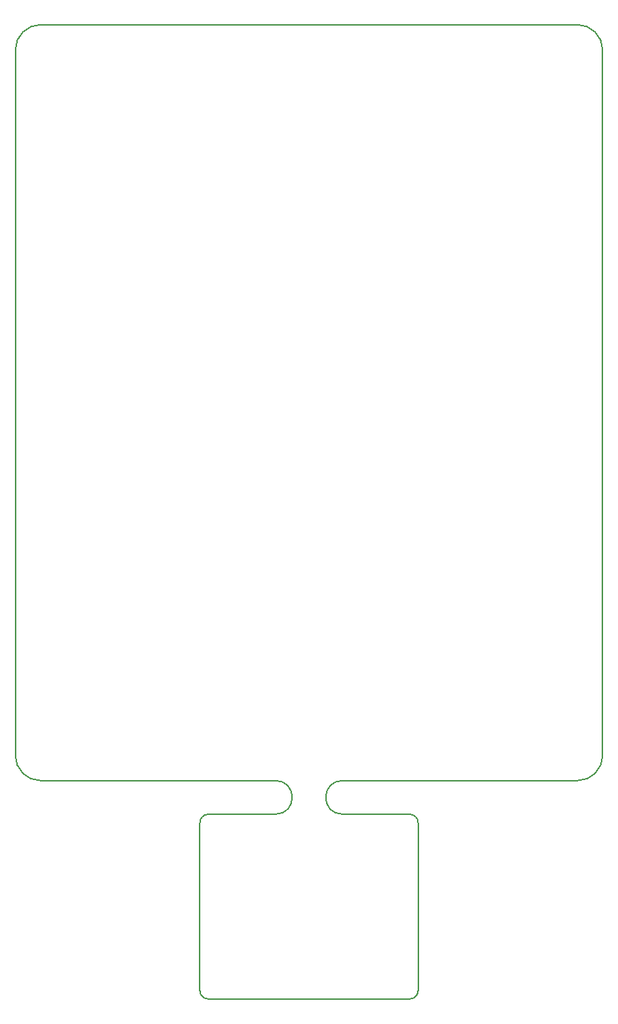
<source format=gbr>
G04 #@! TF.GenerationSoftware,KiCad,Pcbnew,(5.0.1-3-g963ef8bb5)*
G04 #@! TF.CreationDate,2018-11-18T00:16:37+02:00*
G04 #@! TF.ProjectId,volaser,766F6C617365722E6B696361645F7063,rev?*
G04 #@! TF.SameCoordinates,Original*
G04 #@! TF.FileFunction,Profile,NP*
%FSLAX46Y46*%
G04 Gerber Fmt 4.6, Leading zero omitted, Abs format (unit mm)*
G04 Created by KiCad (PCBNEW (5.0.1-3-g963ef8bb5)) date Sunday, November 18, 2018 at 12:16:37 AM*
%MOMM*%
%LPD*%
G01*
G04 APERTURE LIST*
%ADD10C,0.150000*%
G04 APERTURE END LIST*
D10*
X93000000Y-156000000D02*
X117000000Y-156000000D01*
X92000000Y-135000000D02*
X92000000Y-155000000D01*
X101000000Y-134000000D02*
X93000000Y-134000000D01*
X93000000Y-156000000D02*
G75*
G02X92000000Y-155000000I0J1000000D01*
G01*
X92000000Y-135000000D02*
G75*
G02X93000000Y-134000000I1000000J0D01*
G01*
X118000000Y-135000000D02*
X118000000Y-155000000D01*
X117000000Y-134000000D02*
X109000000Y-134000000D01*
X117000000Y-134000000D02*
G75*
G02X118000000Y-135000000I0J-1000000D01*
G01*
X118000000Y-155000000D02*
G75*
G02X117000000Y-156000000I-1000000J0D01*
G01*
X109000000Y-130000000D02*
X137000000Y-130000000D01*
X73000000Y-130000000D02*
X101000000Y-130000000D01*
X109000000Y-134000000D02*
G75*
G02X109000000Y-130000000I0J2000000D01*
G01*
X101000000Y-130000000D02*
G75*
G02X101000000Y-134000000I0J-2000000D01*
G01*
X73000000Y-130000000D02*
G75*
G02X70000000Y-127000000I0J3000000D01*
G01*
X140000000Y-127000000D02*
G75*
G02X137000000Y-130000000I-3000000J0D01*
G01*
X137000000Y-40000000D02*
G75*
G02X140000000Y-43000000I0J-3000000D01*
G01*
X70000000Y-43000000D02*
G75*
G02X73000000Y-40000000I3000000J0D01*
G01*
X70000000Y-127000000D02*
X70000000Y-43000000D01*
X140000000Y-43000000D02*
X140000000Y-127000000D01*
X73000000Y-40000000D02*
X137000000Y-40000000D01*
M02*

</source>
